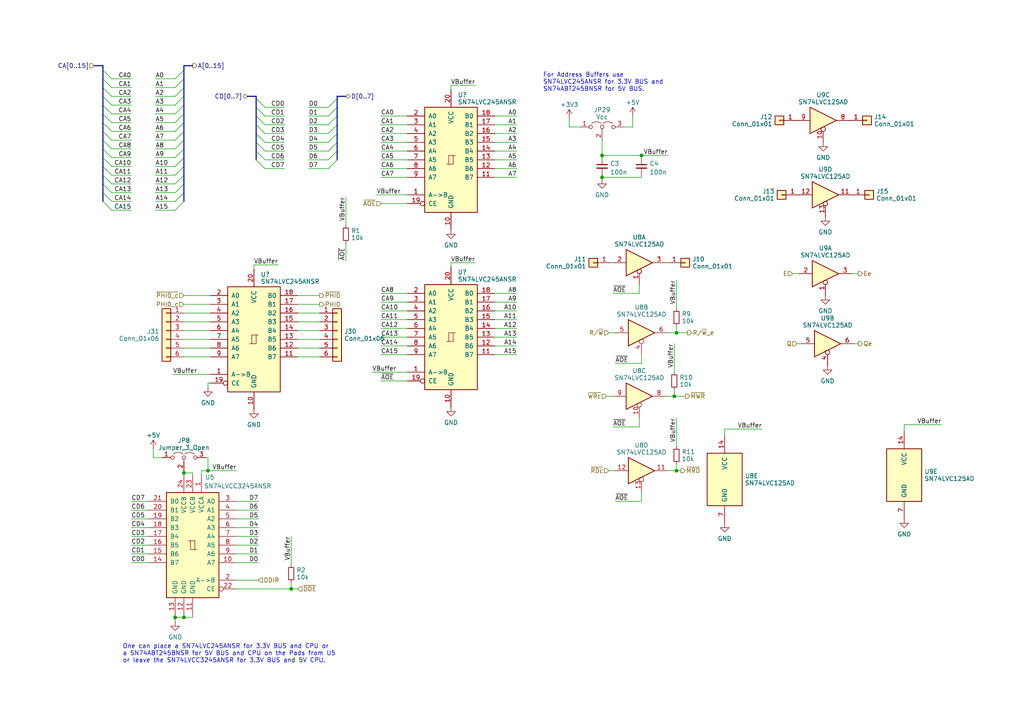
<source format=kicad_sch>
(kicad_sch (version 20230121) (generator eeschema)
  (paper "A4")
  (lib_symbols
    (symbol "74xx:74LS125" (pin_names (offset 1.016))
      (property "Reference" "U" (at 0 1.27 0))
      (property "Value" "74LS125" (at 0 -1.27 0))
      (symbol "74LS125_1_0"
        (polyline (pts (xy -3.81 3.81) (xy -3.81 -3.81) (xy 3.81 0) (xy -3.81 3.81)) (stroke (width 0.254)) (fill (type background)))
        (pin input inverted (at 0 -6.35 90) (length 4.445) (name "~") (number "1"))
        (pin input line (at -7.62 0 0) (length 3.81) (name "~") (number "2"))
        (pin tri_state line (at 7.62 0 180) (length 3.81) (name "~") (number "3"))
      )
      (symbol "74LS125_2_0"
        (polyline (pts (xy -3.81 3.81) (xy -3.81 -3.81) (xy 3.81 0) (xy -3.81 3.81)) (stroke (width 0.254)) (fill (type background)))
        (pin input inverted (at 0 -6.35 90) (length 4.445) (name "~") (number "4"))
        (pin input line (at -7.62 0 0) (length 3.81) (name "~") (number "5"))
        (pin tri_state line (at 7.62 0 180) (length 3.81) (name "~") (number "6"))
      )
      (symbol "74LS125_3_0"
        (polyline (pts (xy -3.81 3.81) (xy -3.81 -3.81) (xy 3.81 0) (xy -3.81 3.81)) (stroke (width 0.254)) (fill (type background)))
        (pin input inverted (at 0 -6.35 90) (length 4.445) (name "~") (number "10"))
        (pin tri_state line (at 7.62 0 180) (length 3.81) (name "~") (number "8"))
        (pin input line (at -7.62 0 0) (length 3.81) (name "~") (number "9"))
      )
      (symbol "74LS125_4_0"
        (polyline (pts (xy -3.81 3.81) (xy -3.81 -3.81) (xy 3.81 0) (xy -3.81 3.81)) (stroke (width 0.254)) (fill (type background)))
        (pin tri_state line (at 7.62 0 180) (length 3.81) (name "~") (number "11"))
        (pin input line (at -7.62 0 0) (length 3.81) (name "~") (number "12"))
        (pin input inverted (at 0 -6.35 90) (length 4.445) (name "~") (number "13"))
      )
      (symbol "74LS125_5_0"
        (pin power_in line (at 0 12.7 270) (length 5.08) (name "VCC") (number "14"))
        (pin power_in line (at 0 -12.7 90) (length 5.08) (name "GND") (number "7"))
      )
      (symbol "74LS125_5_1"
        (rectangle (start -5.08 7.62) (end 5.08 -7.62) (stroke (width 0.254)) (fill (type background)))
      )
    )
    (symbol "74xx:74LS245" (pin_names (offset 1.016))
      (property "Reference" "U" (at -7.62 16.51 0))
      (property "Value" "74LS245" (at -7.62 -16.51 0))
      (symbol "74LS245_1_0"
        (polyline (pts (xy -0.635 -1.27) (xy -0.635 1.27) (xy 0.635 1.27)))
        (polyline (pts (xy -1.27 -1.27) (xy 0.635 -1.27) (xy 0.635 1.27) (xy 1.27 1.27)))
        (pin input line (at -12.7 -10.16 0) (length 5.08) (name "A->B") (number "1"))
        (pin power_in line (at 0 -20.32 90) (length 5.08) (name "GND") (number "10"))
        (pin tri_state line (at 12.7 -5.08 180) (length 5.08) (name "B7") (number "11"))
        (pin tri_state line (at 12.7 -2.54 180) (length 5.08) (name "B6") (number "12"))
        (pin tri_state line (at 12.7 0 180) (length 5.08) (name "B5") (number "13"))
        (pin tri_state line (at 12.7 2.54 180) (length 5.08) (name "B4") (number "14"))
        (pin tri_state line (at 12.7 5.08 180) (length 5.08) (name "B3") (number "15"))
        (pin tri_state line (at 12.7 7.62 180) (length 5.08) (name "B2") (number "16"))
        (pin tri_state line (at 12.7 10.16 180) (length 5.08) (name "B1") (number "17"))
        (pin tri_state line (at 12.7 12.7 180) (length 5.08) (name "B0") (number "18"))
        (pin input inverted (at -12.7 -12.7 0) (length 5.08) (name "CE") (number "19"))
        (pin tri_state line (at -12.7 12.7 0) (length 5.08) (name "A0") (number "2"))
        (pin power_in line (at 0 20.32 270) (length 5.08) (name "VCC") (number "20"))
        (pin tri_state line (at -12.7 10.16 0) (length 5.08) (name "A1") (number "3"))
        (pin tri_state line (at -12.7 7.62 0) (length 5.08) (name "A2") (number "4"))
        (pin tri_state line (at -12.7 5.08 0) (length 5.08) (name "A3") (number "5"))
        (pin tri_state line (at -12.7 2.54 0) (length 5.08) (name "A4") (number "6"))
        (pin tri_state line (at -12.7 0 0) (length 5.08) (name "A5") (number "7"))
        (pin tri_state line (at -12.7 -2.54 0) (length 5.08) (name "A6") (number "8"))
        (pin tri_state line (at -12.7 -5.08 0) (length 5.08) (name "A7") (number "9"))
      )
      (symbol "74LS245_1_1"
        (rectangle (start -7.62 15.24) (end 7.62 -15.24) (stroke (width 0.254)) (fill (type background)))
      )
    )
    (symbol "Connector_Generic:Conn_01x01" (pin_names (offset 1.016) hide)
      (property "Reference" "J" (at 0 2.54 0))
      (property "Value" "Conn_01x01" (at 0 -2.54 0))
      (symbol "Conn_01x01_1_1"
        (rectangle (start -1.27 0.127) (end 0 -0.127) (stroke (width 0.1524)))
        (rectangle (start -1.27 1.27) (end 1.27 -1.27) (stroke (width 0.254)) (fill (type background)))
        (pin passive line (at -5.08 0 0) (length 3.81) (name "Pin_1") (number "1"))
      )
    )
    (symbol "Connector_Generic:Conn_01x06" (pin_names (offset 1.016) hide)
      (property "Reference" "J" (at 0 7.62 0))
      (property "Value" "Conn_01x06" (at 0 -10.16 0))
      (symbol "Conn_01x06_1_1"
        (rectangle (start -1.27 -7.493) (end 0 -7.747) (stroke (width 0.1524)))
        (rectangle (start -1.27 -4.953) (end 0 -5.207) (stroke (width 0.1524)))
        (rectangle (start -1.27 -2.413) (end 0 -2.667) (stroke (width 0.1524)))
        (rectangle (start -1.27 0.127) (end 0 -0.127) (stroke (width 0.1524)))
        (rectangle (start -1.27 2.667) (end 0 2.413) (stroke (width 0.1524)))
        (rectangle (start -1.27 5.207) (end 0 4.953) (stroke (width 0.1524)))
        (rectangle (start -1.27 6.35) (end 1.27 -8.89) (stroke (width 0.254)) (fill (type background)))
        (pin passive line (at -5.08 5.08 0) (length 3.81) (name "Pin_1") (number "1"))
        (pin passive line (at -5.08 2.54 0) (length 3.81) (name "Pin_2") (number "2"))
        (pin passive line (at -5.08 0 0) (length 3.81) (name "Pin_3") (number "3"))
        (pin passive line (at -5.08 -2.54 0) (length 3.81) (name "Pin_4") (number "4"))
        (pin passive line (at -5.08 -5.08 0) (length 3.81) (name "Pin_5") (number "5"))
        (pin passive line (at -5.08 -7.62 0) (length 3.81) (name "Pin_6") (number "6"))
      )
    )
    (symbol "Device:C_Small" (pin_numbers hide) (pin_names (offset 0.254) hide)
      (property "Reference" "C" (at 0.254 1.778 0))
      (property "Value" "C_Small" (at 0.254 -2.032 0))
      (symbol "C_Small_0_1"
        (polyline (pts (xy -1.524 -0.508) (xy 1.524 -0.508)) (stroke (width 0.3302)))
        (polyline (pts (xy -1.524 0.508) (xy 1.524 0.508)) (stroke (width 0.3048)))
      )
      (symbol "C_Small_1_1"
        (pin passive line (at 0 2.54 270) (length 2.032) (name "~") (number "1"))
        (pin passive line (at 0 -2.54 90) (length 2.032) (name "~") (number "2"))
      )
    )
    (symbol "Device:R_Small" (pin_numbers hide) (pin_names (offset 0.254) hide)
      (property "Reference" "R" (at 0.762 0.508 0))
      (property "Value" "R_Small" (at 0.762 -1.016 0))
      (symbol "R_Small_0_1"
        (rectangle (start -0.762 1.778) (end 0.762 -1.778) (stroke (width 0.2032)))
      )
      (symbol "R_Small_1_1"
        (pin passive line (at 0 2.54 270) (length 0.762) (name "~") (number "1"))
        (pin passive line (at 0 -2.54 90) (length 0.762) (name "~") (number "2"))
      )
    )
    (symbol "Jumper:Jumper_3_Open" (pin_names (offset 0) hide)
      (property "Reference" "JP" (at -2.54 -2.54 0))
      (property "Value" "Jumper_3_Open" (at 0 2.794 0))
      (symbol "Jumper_3_Open_0_0"
        (circle (center -3.302 0) (radius 0.508))
        (circle (center 0 0) (radius 0.508))
        (circle (center 3.302 0) (radius 0.508))
      )
      (symbol "Jumper_3_Open_0_1"
        (arc (start -0.254 1.016) (mid -1.651 1.4992) (end -3.048 1.016))
        (polyline (pts (xy 0 -0.508) (xy 0 -1.27)))
        (arc (start 3.048 1.016) (mid 1.651 1.4992) (end 0.254 1.016))
      )
      (symbol "Jumper_3_Open_1_1"
        (pin passive line (at -6.35 0 0) (length 2.54) (name "A") (number "1"))
        (pin passive line (at 0 -3.81 90) (length 2.54) (name "C") (number "2"))
        (pin passive line (at 6.35 0 180) (length 2.54) (name "B") (number "3"))
      )
    )
    (symbol "my_ics_new:74LVC4245" (pin_names (offset 1.016))
      (property "Reference" "U" (at -7.62 19.05 0))
      (property "Value" "74LVC4245" (at -10.16 16.51 0))
      (symbol "74LVC4245_1_0"
        (polyline (pts (xy -0.635 -1.27) (xy -0.635 1.27) (xy 0.635 1.27)))
        (polyline (pts (xy -1.27 -1.27) (xy 0.635 -1.27) (xy 0.635 1.27) (xy 1.27 1.27)))
        (pin power_in line (at -2.54 20.32 270) (length 5.08) (name "VCCA") (number "1"))
        (pin tri_state line (at -12.7 -5.08 0) (length 5.08) (name "A7") (number "10"))
        (pin power_in line (at 0 -20.32 90) (length 5.08) (name "GND") (number "11"))
        (pin power_in line (at 2.54 -20.32 90) (length 5.08) (name "GND") (number "12"))
        (pin power_in line (at 5.08 -20.32 90) (length 5.08) (name "GND") (number "13"))
        (pin tri_state line (at 12.7 -5.08 180) (length 5.08) (name "B7") (number "14"))
        (pin tri_state line (at 12.7 -2.54 180) (length 5.08) (name "B6") (number "15"))
        (pin tri_state line (at 12.7 0 180) (length 5.08) (name "B5") (number "16"))
        (pin tri_state line (at 12.7 2.54 180) (length 5.08) (name "B4") (number "17"))
        (pin tri_state line (at 12.7 5.08 180) (length 5.08) (name "B3") (number "18"))
        (pin tri_state line (at 12.7 7.62 180) (length 5.08) (name "B2") (number "19"))
        (pin input line (at -12.7 -10.16 0) (length 5.08) (name "A->B") (number "2"))
        (pin tri_state line (at 12.7 10.16 180) (length 5.08) (name "B1") (number "20"))
        (pin tri_state line (at 12.7 12.7 180) (length 5.08) (name "B0") (number "21"))
        (pin input inverted (at -12.7 -12.7 0) (length 5.08) (name "CE") (number "22"))
        (pin power_in line (at 0 20.32 270) (length 5.08) (name "VCCB") (number "23"))
        (pin power_in line (at 2.54 20.32 270) (length 5.08) (name "VCCB") (number "24"))
        (pin tri_state line (at -12.7 12.7 0) (length 5.08) (name "A0") (number "3"))
        (pin tri_state line (at -12.7 10.16 0) (length 5.08) (name "A1") (number "4"))
        (pin tri_state line (at -12.7 7.62 0) (length 5.08) (name "A2") (number "5"))
        (pin tri_state line (at -12.7 5.08 0) (length 5.08) (name "A3") (number "6"))
        (pin tri_state line (at -12.7 2.54 0) (length 5.08) (name "A4") (number "7"))
        (pin tri_state line (at -12.7 0 0) (length 5.08) (name "A5") (number "8"))
        (pin tri_state line (at -12.7 -2.54 0) (length 5.08) (name "A6") (number "9"))
      )
      (symbol "74LVC4245_1_1"
        (rectangle (start -7.62 15.24) (end 7.62 -15.24) (stroke (width 0.254)) (fill (type background)))
      )
    )
    (symbol "power:+3V3" (power) (pin_names (offset 0))
      (property "Value" "+3V3" (at 0 3.556 0))
      (symbol "+3V3_0_1"
        (polyline (pts (xy -0.762 1.27) (xy 0 2.54)))
        (polyline (pts (xy 0 0) (xy 0 2.54)))
        (polyline (pts (xy 0 2.54) (xy 0.762 1.27)))
      )
      (symbol "+3V3_1_1"
        (pin power_in line (at 0 0 90) (length 0) hide (name "+3V3") (number "1"))
      )
    )
    (symbol "power:+5V" (power) (pin_names (offset 0))
      (property "Value" "+5V" (at 0 3.556 0))
      (symbol "+5V_0_1"
        (polyline (pts (xy -0.762 1.27) (xy 0 2.54)))
        (polyline (pts (xy 0 0) (xy 0 2.54)))
        (polyline (pts (xy 0 2.54) (xy 0.762 1.27)))
      )
      (symbol "+5V_1_1"
        (pin power_in line (at 0 0 90) (length 0) hide (name "+5V") (number "1"))
      )
    )
    (symbol "power:GND" (power) (pin_names (offset 0))
      (property "Value" "GND" (at 0 -3.81 0))
      (symbol "GND_0_1"
        (polyline (pts (xy 0 0) (xy 0 -1.27) (xy 1.27 -1.27) (xy 0 -2.54) (xy -1.27 -1.27) (xy 0 -1.27)))
      )
      (symbol "GND_1_1"
        (pin power_in line (at 0 0 270) (length 0) hide (name "GND") (number "1"))
      )
    )
  )
  (junction (at 53.34 137.16))
  (junction (at 195.58 114.935))
  (junction (at 84.455 170.815))
  (junction (at 174.625 51.435))
  (junction (at 196.215 96.52))
  (junction (at 186.055 45.085))
  (junction (at 196.215 136.525))
  (junction (at 53.34 179.07))
  (junction (at 60.325 136.525))
  (junction (at 50.8 179.07))
  (junction (at 174.625 45.085))
  (bus_entry (at 53.34 22.86) (size -2.54 2.54))
  (bus_entry (at 53.34 53.34) (size -2.54 2.54))
  (bus_entry (at 53.34 25.4) (size -2.54 2.54))
  (bus_entry (at 53.34 43.18) (size -2.54 2.54))
  (bus_entry (at 29.845 53.34) (size 2.54 2.54))
  (bus_entry (at 29.845 22.86) (size 2.54 2.54))
  (bus_entry (at 29.845 45.72) (size 2.54 2.54))
  (bus_entry (at 29.845 27.94) (size 2.54 2.54))
  (bus_entry (at 74.295 41.275) (size 2.54 2.54))
  (bus_entry (at 29.845 30.48) (size 2.54 2.54))
  (bus_entry (at 29.845 58.42) (size 2.54 2.54))
  (bus_entry (at 74.295 36.195) (size 2.54 2.54))
  (bus_entry (at 74.295 38.735) (size 2.54 2.54))
  (bus_entry (at 29.845 55.88) (size 2.54 2.54))
  (bus_entry (at 74.295 43.815) (size 2.54 2.54))
  (bus_entry (at 53.34 40.64) (size -2.54 2.54))
  (bus_entry (at 53.34 55.88) (size -2.54 2.54))
  (bus_entry (at 97.79 28.575) (size -2.54 2.54))
  (bus_entry (at 74.295 28.575) (size 2.54 2.54))
  (bus_entry (at 29.845 50.8) (size 2.54 2.54))
  (bus_entry (at 53.34 30.48) (size -2.54 2.54))
  (bus_entry (at 29.845 48.26) (size 2.54 2.54))
  (bus_entry (at 53.34 38.1) (size -2.54 2.54))
  (bus_entry (at 53.34 45.72) (size -2.54 2.54))
  (bus_entry (at 53.34 33.02) (size -2.54 2.54))
  (bus_entry (at 53.34 58.42) (size -2.54 2.54))
  (bus_entry (at 53.34 35.56) (size -2.54 2.54))
  (bus_entry (at 53.34 20.32) (size -2.54 2.54))
  (bus_entry (at 74.295 46.355) (size 2.54 2.54))
  (bus_entry (at 74.295 31.115) (size 2.54 2.54))
  (bus_entry (at 74.295 33.655) (size 2.54 2.54))
  (bus_entry (at 97.79 31.115) (size -2.54 2.54))
  (bus_entry (at 53.34 50.8) (size -2.54 2.54))
  (bus_entry (at 29.845 38.1) (size 2.54 2.54))
  (bus_entry (at 29.845 43.18) (size 2.54 2.54))
  (bus_entry (at 29.845 25.4) (size 2.54 2.54))
  (bus_entry (at 53.34 27.94) (size -2.54 2.54))
  (bus_entry (at 97.79 36.195) (size -2.54 2.54))
  (bus_entry (at 53.34 48.26) (size -2.54 2.54))
  (bus_entry (at 97.79 43.815) (size -2.54 2.54))
  (bus_entry (at 29.845 35.56) (size 2.54 2.54))
  (bus_entry (at 97.79 46.355) (size -2.54 2.54))
  (bus_entry (at 29.845 20.32) (size 2.54 2.54))
  (bus_entry (at 97.79 41.275) (size -2.54 2.54))
  (bus_entry (at 29.845 40.64) (size 2.54 2.54))
  (bus_entry (at 97.79 33.655) (size -2.54 2.54))
  (bus_entry (at 29.845 33.02) (size 2.54 2.54))
  (bus_entry (at 97.79 38.735) (size -2.54 2.54))
  (wire (pts (xy 89.535 36.195) (xy 95.25 36.195)))
  (wire (pts (xy 143.51 95.25) (xy 149.86 95.25)))
  (wire (pts (xy 110.49 41.275) (xy 118.11 41.275)))
  (bus (pts (xy 29.845 50.8) (xy 29.845 48.26)))
  (bus (pts (xy 97.79 43.815) (xy 97.79 41.275)))
  (wire (pts (xy 74.93 147.955) (xy 68.58 147.955)))
  (bus (pts (xy 29.845 48.26) (xy 29.845 45.72)))
  (wire (pts (xy 110.49 90.17) (xy 118.11 90.17)))
  (wire (pts (xy 86.36 95.885) (xy 92.71 95.885)))
  (bus (pts (xy 97.79 41.275) (xy 97.79 38.735)))
  (wire (pts (xy 89.535 48.895) (xy 95.25 48.895)))
  (wire (pts (xy 89.535 31.115) (xy 95.25 31.115)))
  (wire (pts (xy 50.165 108.585) (xy 60.96 108.585)))
  (wire (pts (xy 60.325 136.525) (xy 58.42 136.525)))
  (bus (pts (xy 53.34 33.02) (xy 53.34 30.48)))
  (wire (pts (xy 45.085 30.48) (xy 50.8 30.48)))
  (bus (pts (xy 53.34 38.1) (xy 53.34 35.56)))
  (wire (pts (xy 89.535 38.735) (xy 95.25 38.735)))
  (wire (pts (xy 143.51 43.815) (xy 149.86 43.815)))
  (bus (pts (xy 29.845 38.1) (xy 29.845 35.56)))
  (wire (pts (xy 110.49 48.895) (xy 118.11 48.895)))
  (wire (pts (xy 195.58 113.03) (xy 195.58 114.935)))
  (wire (pts (xy 38.1 38.1) (xy 32.385 38.1)))
  (bus (pts (xy 53.34 30.48) (xy 53.34 27.94)))
  (wire (pts (xy 68.58 136.525) (xy 60.325 136.525)))
  (wire (pts (xy 89.535 33.655) (xy 95.25 33.655)))
  (wire (pts (xy 110.49 43.815) (xy 118.11 43.815)))
  (wire (pts (xy 100.33 57.15) (xy 100.33 65.405)))
  (wire (pts (xy 45.085 27.94) (xy 50.8 27.94)))
  (wire (pts (xy 185.42 85.09) (xy 185.42 82.55)))
  (wire (pts (xy 178.435 145.415) (xy 186.055 145.415)))
  (wire (pts (xy 110.49 110.49) (xy 118.11 110.49)))
  (wire (pts (xy 43.18 153.035) (xy 38.1 153.035)))
  (wire (pts (xy 82.55 41.275) (xy 76.835 41.275)))
  (wire (pts (xy 38.1 50.8) (xy 32.385 50.8)))
  (bus (pts (xy 53.34 45.72) (xy 53.34 43.18)))
  (wire (pts (xy 86.36 90.805) (xy 92.71 90.805)))
  (wire (pts (xy 43.18 147.955) (xy 38.1 147.955)))
  (wire (pts (xy 143.51 48.895) (xy 149.86 48.895)))
  (wire (pts (xy 53.34 179.07) (xy 55.88 179.07)))
  (bus (pts (xy 74.295 38.735) (xy 74.295 36.195)))
  (wire (pts (xy 82.55 48.895) (xy 76.835 48.895)))
  (wire (pts (xy 53.34 93.345) (xy 60.96 93.345)))
  (wire (pts (xy 186.055 45.085) (xy 193.675 45.085)))
  (wire (pts (xy 53.34 85.725) (xy 60.96 85.725)))
  (wire (pts (xy 38.1 30.48) (xy 32.385 30.48)))
  (wire (pts (xy 38.1 55.88) (xy 32.385 55.88)))
  (wire (pts (xy 82.55 38.735) (xy 76.835 38.735)))
  (wire (pts (xy 60.325 132.715) (xy 60.325 136.525)))
  (wire (pts (xy 174.625 52.07) (xy 174.625 51.435)))
  (wire (pts (xy 43.18 145.415) (xy 38.1 145.415)))
  (wire (pts (xy 45.085 53.34) (xy 50.8 53.34)))
  (bus (pts (xy 53.34 22.86) (xy 53.34 20.32)))
  (wire (pts (xy 86.36 170.815) (xy 84.455 170.815)))
  (bus (pts (xy 53.34 25.4) (xy 53.34 22.86)))
  (wire (pts (xy 73.66 76.835) (xy 80.645 76.835)))
  (wire (pts (xy 110.49 33.655) (xy 118.11 33.655)))
  (bus (pts (xy 53.34 27.94) (xy 53.34 25.4)))
  (wire (pts (xy 168.275 36.83) (xy 165.1 36.83)))
  (wire (pts (xy 86.36 98.425) (xy 92.71 98.425)))
  (wire (pts (xy 45.085 60.96) (xy 50.8 60.96)))
  (wire (pts (xy 74.93 155.575) (xy 68.58 155.575)))
  (bus (pts (xy 29.845 35.56) (xy 29.845 33.02)))
  (wire (pts (xy 38.1 35.56) (xy 32.385 35.56)))
  (wire (pts (xy 45.085 25.4) (xy 50.8 25.4)))
  (bus (pts (xy 29.845 19.05) (xy 27.305 19.05)))
  (bus (pts (xy 53.34 20.32) (xy 53.34 19.05)))
  (wire (pts (xy 89.535 46.355) (xy 95.25 46.355)))
  (bus (pts (xy 74.295 27.94) (xy 71.755 27.94)))
  (wire (pts (xy 109.22 56.515) (xy 118.11 56.515)))
  (bus (pts (xy 97.79 27.94) (xy 100.33 27.94)))
  (wire (pts (xy 110.49 51.435) (xy 118.11 51.435)))
  (bus (pts (xy 97.79 36.195) (xy 97.79 33.655)))
  (bus (pts (xy 29.845 30.48) (xy 29.845 27.94)))
  (wire (pts (xy 177.8 123.825) (xy 185.42 123.825)))
  (wire (pts (xy 110.49 100.33) (xy 118.11 100.33)))
  (wire (pts (xy 45.085 22.86) (xy 50.8 22.86)))
  (bus (pts (xy 29.845 40.64) (xy 29.845 38.1)))
  (wire (pts (xy 143.51 87.63) (xy 149.86 87.63)))
  (wire (pts (xy 110.49 36.195) (xy 118.11 36.195)))
  (wire (pts (xy 193.675 136.525) (xy 196.215 136.525)))
  (wire (pts (xy 247.015 79.375) (xy 248.92 79.375)))
  (wire (pts (xy 53.34 100.965) (xy 60.96 100.965)))
  (wire (pts (xy 38.1 60.96) (xy 32.385 60.96)))
  (wire (pts (xy 110.49 92.71) (xy 118.11 92.71)))
  (wire (pts (xy 45.085 35.56) (xy 50.8 35.56)))
  (wire (pts (xy 100.33 70.485) (xy 100.33 75.565)))
  (wire (pts (xy 38.1 33.02) (xy 32.385 33.02)))
  (wire (pts (xy 74.93 163.195) (xy 68.58 163.195)))
  (wire (pts (xy 196.215 94.615) (xy 196.215 96.52)))
  (wire (pts (xy 43.18 158.115) (xy 38.1 158.115)))
  (bus (pts (xy 53.34 50.8) (xy 53.34 48.26)))
  (wire (pts (xy 58.42 136.525) (xy 58.42 137.795)))
  (wire (pts (xy 143.51 38.735) (xy 149.86 38.735)))
  (wire (pts (xy 38.1 48.26) (xy 32.385 48.26)))
  (wire (pts (xy 45.085 58.42) (xy 50.8 58.42)))
  (wire (pts (xy 143.51 51.435) (xy 149.86 51.435)))
  (bus (pts (xy 29.845 43.18) (xy 29.845 40.64)))
  (bus (pts (xy 29.845 53.34) (xy 29.845 50.8)))
  (bus (pts (xy 29.845 58.42) (xy 29.845 55.88)))
  (wire (pts (xy 174.625 40.64) (xy 174.625 45.085)))
  (wire (pts (xy 174.625 51.435) (xy 174.625 50.8)))
  (wire (pts (xy 143.51 46.355) (xy 149.86 46.355)))
  (wire (pts (xy 45.085 50.8) (xy 50.8 50.8)))
  (wire (pts (xy 59.69 132.715) (xy 60.325 132.715)))
  (wire (pts (xy 229.87 79.375) (xy 231.775 79.375)))
  (wire (pts (xy 38.1 22.86) (xy 32.385 22.86)))
  (wire (pts (xy 110.49 46.355) (xy 118.11 46.355)))
  (wire (pts (xy 196.215 134.62) (xy 196.215 136.525)))
  (bus (pts (xy 97.79 33.655) (xy 97.79 31.115)))
  (bus (pts (xy 29.845 25.4) (xy 29.845 22.86)))
  (wire (pts (xy 86.36 93.345) (xy 92.71 93.345)))
  (wire (pts (xy 143.51 90.17) (xy 149.86 90.17)))
  (wire (pts (xy 177.165 76.2) (xy 177.8 76.2)))
  (bus (pts (xy 97.79 28.575) (xy 97.79 27.94)))
  (wire (pts (xy 53.34 98.425) (xy 60.96 98.425)))
  (wire (pts (xy 43.18 163.195) (xy 38.1 163.195)))
  (bus (pts (xy 97.79 38.735) (xy 97.79 36.195)))
  (wire (pts (xy 174.625 45.085) (xy 174.625 45.72)))
  (wire (pts (xy 84.455 168.91) (xy 84.455 170.815)))
  (bus (pts (xy 29.845 22.86) (xy 29.845 20.32)))
  (wire (pts (xy 53.34 88.265) (xy 60.96 88.265)))
  (wire (pts (xy 186.055 45.085) (xy 186.055 45.72)))
  (bus (pts (xy 29.845 33.02) (xy 29.845 30.48)))
  (wire (pts (xy 143.51 41.275) (xy 149.86 41.275)))
  (bus (pts (xy 29.845 55.88) (xy 29.845 53.34)))
  (bus (pts (xy 29.845 20.32) (xy 29.845 19.05)))
  (bus (pts (xy 53.34 35.56) (xy 53.34 33.02)))
  (wire (pts (xy 50.8 180.34) (xy 50.8 179.07)))
  (wire (pts (xy 210.185 126.365) (xy 210.185 124.46)))
  (bus (pts (xy 74.295 33.655) (xy 74.295 31.115)))
  (wire (pts (xy 130.81 76.2) (xy 137.795 76.2)))
  (wire (pts (xy 174.625 45.085) (xy 186.055 45.085)))
  (wire (pts (xy 178.435 105.41) (xy 186.055 105.41)))
  (wire (pts (xy 86.36 85.725) (xy 92.71 85.725)))
  (wire (pts (xy 231.14 99.695) (xy 232.41 99.695)))
  (wire (pts (xy 186.055 51.435) (xy 186.055 50.8)))
  (wire (pts (xy 82.55 46.355) (xy 76.835 46.355)))
  (wire (pts (xy 38.1 25.4) (xy 32.385 25.4)))
  (wire (pts (xy 248.92 99.695) (xy 247.65 99.695)))
  (wire (pts (xy 82.55 43.815) (xy 76.835 43.815)))
  (wire (pts (xy 196.215 81.28) (xy 196.215 89.535)))
  (wire (pts (xy 82.55 36.195) (xy 76.835 36.195)))
  (wire (pts (xy 262.255 125.095) (xy 262.255 123.19)))
  (wire (pts (xy 38.1 45.72) (xy 32.385 45.72)))
  (bus (pts (xy 53.34 19.05) (xy 55.88 19.05)))
  (wire (pts (xy 68.58 170.815) (xy 84.455 170.815)))
  (bus (pts (xy 74.295 31.115) (xy 74.295 28.575)))
  (wire (pts (xy 45.085 40.64) (xy 50.8 40.64)))
  (wire (pts (xy 143.51 102.87) (xy 149.86 102.87)))
  (wire (pts (xy 45.085 48.26) (xy 50.8 48.26)))
  (wire (pts (xy 107.95 107.95) (xy 118.11 107.95)))
  (wire (pts (xy 60.325 111.125) (xy 60.96 111.125)))
  (wire (pts (xy 38.1 58.42) (xy 32.385 58.42)))
  (bus (pts (xy 53.34 58.42) (xy 53.34 55.88)))
  (bus (pts (xy 74.295 28.575) (xy 74.295 27.94)))
  (wire (pts (xy 45.085 55.88) (xy 50.8 55.88)))
  (wire (pts (xy 82.55 33.655) (xy 76.835 33.655)))
  (bus (pts (xy 74.295 41.275) (xy 74.295 38.735)))
  (wire (pts (xy 183.515 36.83) (xy 180.975 36.83)))
  (wire (pts (xy 84.455 155.575) (xy 84.455 163.83)))
  (wire (pts (xy 60.325 112.395) (xy 60.325 111.125)))
  (bus (pts (xy 97.79 46.355) (xy 97.79 43.815)))
  (wire (pts (xy 53.34 137.16) (xy 53.34 137.795)))
  (wire (pts (xy 176.53 136.525) (xy 178.435 136.525)))
  (wire (pts (xy 53.34 179.07) (xy 53.34 178.435)))
  (wire (pts (xy 53.34 137.16) (xy 55.88 137.16)))
  (wire (pts (xy 185.42 123.825) (xy 185.42 121.285)))
  (wire (pts (xy 89.535 43.815) (xy 95.25 43.815)))
  (bus (pts (xy 53.34 43.18) (xy 53.34 40.64)))
  (wire (pts (xy 89.535 41.275) (xy 95.25 41.275)))
  (bus (pts (xy 53.34 55.88) (xy 53.34 53.34)))
  (wire (pts (xy 74.93 168.275) (xy 68.58 168.275)))
  (bus (pts (xy 29.845 45.72) (xy 29.845 43.18)))
  (wire (pts (xy 38.1 53.34) (xy 32.385 53.34)))
  (wire (pts (xy 38.1 43.18) (xy 32.385 43.18)))
  (wire (pts (xy 53.34 90.805) (xy 60.96 90.805)))
  (bus (pts (xy 74.295 36.195) (xy 74.295 33.655)))
  (wire (pts (xy 110.49 87.63) (xy 118.11 87.63)))
  (bus (pts (xy 29.845 27.94) (xy 29.845 25.4)))
  (wire (pts (xy 186.055 105.41) (xy 186.055 102.87)))
  (wire (pts (xy 44.45 130.175) (xy 44.45 132.715)))
  (wire (pts (xy 50.8 179.07) (xy 53.34 179.07)))
  (wire (pts (xy 74.93 150.495) (xy 68.58 150.495)))
  (wire (pts (xy 143.51 100.33) (xy 149.86 100.33)))
  (wire (pts (xy 196.215 96.52) (xy 199.39 96.52)))
  (wire (pts (xy 143.51 92.71) (xy 149.86 92.71)))
  (wire (pts (xy 45.085 38.1) (xy 50.8 38.1)))
  (wire (pts (xy 50.8 179.07) (xy 50.8 178.435)))
  (wire (pts (xy 74.93 160.655) (xy 68.58 160.655)))
  (wire (pts (xy 73.66 76.835) (xy 73.66 78.105)))
  (wire (pts (xy 130.81 24.765) (xy 130.81 26.035)))
  (wire (pts (xy 130.81 76.2) (xy 130.81 77.47)))
  (wire (pts (xy 195.58 99.695) (xy 195.58 107.95)))
  (wire (pts (xy 143.51 36.195) (xy 149.86 36.195)))
  (wire (pts (xy 196.215 121.285) (xy 196.215 129.54)))
  (bus (pts (xy 53.34 53.34) (xy 53.34 50.8)))
  (wire (pts (xy 193.04 114.935) (xy 195.58 114.935)))
  (wire (pts (xy 174.625 51.435) (xy 186.055 51.435)))
  (wire (pts (xy 193.675 96.52) (xy 196.215 96.52)))
  (wire (pts (xy 110.49 85.09) (xy 118.11 85.09)))
  (bus (pts (xy 53.34 40.64) (xy 53.34 38.1)))
  (wire (pts (xy 177.8 85.09) (xy 185.42 85.09)))
  (wire (pts (xy 110.49 102.87) (xy 118.11 102.87)))
  (wire (pts (xy 110.49 97.79) (xy 118.11 97.79)))
  (wire (pts (xy 110.49 59.055) (xy 118.11 59.055)))
  (wire (pts (xy 186.055 145.415) (xy 186.055 142.875)))
  (bus (pts (xy 74.295 46.355) (xy 74.295 43.815)))
  (wire (pts (xy 176.53 96.52) (xy 178.435 96.52)))
  (wire (pts (xy 86.36 100.965) (xy 92.71 100.965)))
  (wire (pts (xy 43.18 160.655) (xy 38.1 160.655)))
  (wire (pts (xy 74.93 158.115) (xy 68.58 158.115)))
  (wire (pts (xy 210.185 124.46) (xy 220.98 124.46)))
  (wire (pts (xy 53.34 136.525) (xy 53.34 137.16)))
  (wire (pts (xy 130.81 24.765) (xy 137.795 24.765)))
  (wire (pts (xy 43.18 150.495) (xy 38.1 150.495)))
  (wire (pts (xy 86.36 103.505) (xy 92.71 103.505)))
  (wire (pts (xy 193.04 76.2) (xy 193.675 76.2)))
  (wire (pts (xy 143.51 33.655) (xy 149.86 33.655)))
  (wire (pts (xy 86.36 88.265) (xy 92.71 88.265)))
  (wire (pts (xy 53.34 95.885) (xy 60.96 95.885)))
  (wire (pts (xy 262.255 123.19) (xy 273.05 123.19)))
  (wire (pts (xy 110.49 95.25) (xy 118.11 95.25)))
  (wire (pts (xy 143.51 97.79) (xy 149.86 97.79)))
  (wire (pts (xy 38.1 27.94) (xy 32.385 27.94)))
  (wire (pts (xy 45.085 45.72) (xy 50.8 45.72)))
  (wire (pts (xy 183.515 33.655) (xy 183.515 36.83)))
  (bus (pts (xy 74.295 43.815) (xy 74.295 41.275)))
  (wire (pts (xy 43.18 155.575) (xy 38.1 155.575)))
  (wire (pts (xy 195.58 114.935) (xy 198.755 114.935)))
  (wire (pts (xy 45.085 43.18) (xy 50.8 43.18)))
  (wire (pts (xy 143.51 85.09) (xy 149.86 85.09)))
  (wire (pts (xy 55.88 179.07) (xy 55.88 178.435)))
  (wire (pts (xy 55.88 137.16) (xy 55.88 137.795)))
  (wire (pts (xy 53.34 103.505) (xy 60.96 103.505)))
  (wire (pts (xy 82.55 31.115) (xy 76.835 31.115)))
  (wire (pts (xy 196.215 136.525) (xy 197.485 136.525)))
  (wire (pts (xy 74.93 145.415) (xy 68.58 145.415)))
  (wire (pts (xy 165.1 34.29) (xy 165.1 36.83)))
  (bus (pts (xy 97.79 31.115) (xy 97.79 28.575)))
  (wire (pts (xy 74.93 153.035) (xy 68.58 153.035)))
  (wire (pts (xy 38.1 40.64) (xy 32.385 40.64)))
  (bus (pts (xy 53.34 48.26) (xy 53.34 45.72)))
  (wire (pts (xy 44.45 132.715) (xy 46.99 132.715)))
  (wire (pts (xy 45.085 33.02) (xy 50.8 33.02)))
  (wire (pts (xy 175.895 114.935) (xy 177.8 114.935)))
  (wire (pts (xy 110.49 38.735) (xy 118.11 38.735)))
  (text "One can place a SN74LVC245ANSR for 3.3V BUS and CPU or\na SN74ABT245BNSR for 5V BUS and CPU on the Pads from U5\nor leave the SN74LVCC3245ANSR for 3.3V BUS and 5V CPU.\n" (at 35.56 192.405 0) (effects (font (size 1.27 1.27)) (justify left bottom)))
  (text "For Address Buffers use \nSN74LVC245ANSR for 3.3V BUS and\nSN74ABT245BNSR for 5V BUS." (at 157.48 26.67 0) (effects (font (size 1.27 1.27)) (justify left bottom)))
  (label "CA9" (at 110.49 87.63 0))
  (label "CA8" (at 38.1 43.18 180))
  (label "A5" (at 45.085 35.56 0))
  (label "D7" (at 74.93 145.415 180))
  (label "CD2" (at 82.55 36.195 180))
  (label "VBuffer" (at 137.795 76.2 180))
  (label "D2" (at 89.535 36.195 0))
  (label "A14" (at 45.085 58.42 0))
  (label "A11" (at 45.085 50.8 0))
  (label "CD3" (at 82.55 38.735 180))
  (label "CD2" (at 38.1 158.115 0))
  (label "CD6" (at 82.55 46.355 180))
  (label "D5" (at 74.93 150.495 180))
  (label "A14" (at 149.86 100.33 180))
  (label "A2" (at 45.085 27.94 0))
  (label "A7" (at 45.085 40.64 0))
  (label "A15" (at 45.085 60.96 0))
  (label "CA5" (at 110.49 46.355 0))
  (label "D3" (at 89.535 38.735 0))
  (label "CA3" (at 110.49 41.275 0))
  (label "A13" (at 149.86 97.79 180))
  (label "D5" (at 89.535 43.815 0))
  (label "VBuffer" (at 109.22 56.515 0))
  (label "D6" (at 74.93 147.955 180))
  (label "D4" (at 74.93 153.035 180))
  (label "A1" (at 45.085 25.4 0))
  (label "CD6" (at 38.1 147.955 0))
  (label "A8" (at 45.085 43.18 0))
  (label "A8" (at 149.86 85.09 180))
  (label "~{AOE}" (at 178.435 145.415 0))
  (label "CA2" (at 38.1 27.94 180))
  (label "~{AOE}" (at 177.8 85.09 0))
  (label "CD0" (at 82.55 31.115 180))
  (label "~{AOE}" (at 178.435 105.41 0))
  (label "VBuffer" (at 80.645 76.835 180))
  (label "CA1" (at 38.1 25.4 180))
  (label "A9" (at 149.86 87.63 180))
  (label "A5" (at 149.86 46.355 180))
  (label "D1" (at 74.93 160.655 180))
  (label "CA8" (at 110.49 85.09 0))
  (label "~{AOE}" (at 177.8 123.825 0))
  (label "D1" (at 89.535 33.655 0))
  (label "CA1" (at 110.49 36.195 0))
  (label "CD5" (at 38.1 150.495 0))
  (label "D3" (at 74.93 155.575 180))
  (label "CD7" (at 82.55 48.895 180))
  (label "A4" (at 45.085 33.02 0))
  (label "D0" (at 89.535 31.115 0))
  (label "D6" (at 89.535 46.355 0))
  (label "CA6" (at 110.49 48.895 0))
  (label "CA7" (at 110.49 51.435 0))
  (label "A7" (at 149.86 51.435 180))
  (label "CA14" (at 38.1 58.42 180))
  (label "CD4" (at 82.55 41.275 180))
  (label "A6" (at 149.86 48.895 180))
  (label "A6" (at 45.085 38.1 0))
  (label "CA10" (at 110.49 90.17 0))
  (label "CA5" (at 38.1 35.56 180))
  (label "CA9" (at 38.1 45.72 180))
  (label "A9" (at 45.085 45.72 0))
  (label "CD1" (at 82.55 33.655 180))
  (label "CA10" (at 38.1 48.26 180))
  (label "A1" (at 149.86 36.195 180))
  (label "VBuffer" (at 273.05 123.19 180))
  (label "A12" (at 45.085 53.34 0))
  (label "~{AOE}" (at 110.49 110.49 0))
  (label "A10" (at 149.86 90.17 180))
  (label "CD0" (at 38.1 163.195 0))
  (label "CA4" (at 38.1 33.02 180))
  (label "CA12" (at 38.1 53.34 180))
  (label "D7" (at 89.535 48.895 0))
  (label "A12" (at 149.86 95.25 180))
  (label "CD3" (at 38.1 155.575 0))
  (label "VBuffer" (at 107.95 107.95 0))
  (label "A4" (at 149.86 43.815 180))
  (label "CA12" (at 110.49 95.25 0))
  (label "CA11" (at 110.49 92.71 0))
  (label "VBuffer" (at 193.675 45.085 180))
  (label "CA2" (at 110.49 38.735 0))
  (label "A3" (at 45.085 30.48 0))
  (label "A2" (at 149.86 38.735 180))
  (label "VBuffer" (at 220.98 124.46 180))
  (label "CA3" (at 38.1 30.48 180))
  (label "A10" (at 45.085 48.26 0))
  (label "CA6" (at 38.1 38.1 180))
  (label "VBuffer" (at 196.215 81.28 270))
  (label "VBuffer" (at 195.58 99.695 270))
  (label "VBuffer" (at 68.58 136.525 180))
  (label "A15" (at 149.86 102.87 180))
  (label "CA0" (at 38.1 22.86 180))
  (label "VBuffer" (at 50.165 108.585 0))
  (label "D4" (at 89.535 41.275 0))
  (label "CA14" (at 110.49 100.33 0))
  (label "CD7" (at 38.1 145.415 0))
  (label "VBuffer" (at 100.33 57.15 270))
  (label "A3" (at 149.86 41.275 180))
  (label "A13" (at 45.085 55.88 0))
  (label "CD1" (at 38.1 160.655 0))
  (label "A0" (at 45.085 22.86 0))
  (label "CA15" (at 110.49 102.87 0))
  (label "A11" (at 149.86 92.71 180))
  (label "A0" (at 149.86 33.655 180))
  (label "VBuffer" (at 196.215 121.285 270))
  (label "VBuffer" (at 84.455 155.575 270))
  (label "CA4" (at 110.49 43.815 0))
  (label "CD4" (at 38.1 153.035 0))
  (label "VBuffer" (at 137.795 24.765 180))
  (label "CD5" (at 82.55 43.815 180))
  (label "CA13" (at 38.1 55.88 180))
  (label "D0" (at 74.93 163.195 180))
  (label "CA11" (at 38.1 50.8 180))
  (label "CA7" (at 38.1 40.64 180))
  (label "CA0" (at 110.49 33.655 0))
  (label "~{AOE}" (at 100.33 75.565 90))
  (label "CA15" (at 38.1 60.96 180))
  (label "D2" (at 74.93 158.115 180))
  (label "CA13" (at 110.49 97.79 0))
  (hierarchical_label "R{slash}~{W}_e" (shape output) (at 199.39 96.52 0))
  (hierarchical_label "CD[0..7]" (shape bidirectional) (at 71.755 27.94 180))
  (hierarchical_label "DDIR" (shape input) (at 74.93 168.275 0))
  (hierarchical_label "~{MWR}" (shape output) (at 198.755 114.935 0))
  (hierarchical_label "D[0..7]" (shape bidirectional) (at 100.33 27.94 0))
  (hierarchical_label "A[0..15]" (shape output) (at 55.88 19.05 0))
  (hierarchical_label "PHI0" (shape output) (at 92.71 88.265 0))
  (hierarchical_label "~{MRD}" (shape output) (at 197.485 136.525 0))
  (hierarchical_label "~{AOE}" (shape input) (at 110.49 59.055 180))
  (hierarchical_label "R{slash}~{W}" (shape input) (at 176.53 96.52 180))
  (hierarchical_label "Q" (shape input) (at 231.14 99.695 180))
  (hierarchical_label "E" (shape input) (at 229.87 79.375 180))
  (hierarchical_label "Qe" (shape output) (at 248.92 99.695 0))
  (hierarchical_label "CA[0..15]" (shape input) (at 27.305 19.05 180))
  (hierarchical_label "Ee" (shape output) (at 248.92 79.375 0))
  (hierarchical_label "~{WRc}" (shape input) (at 175.895 114.935 180))
  (hierarchical_label "~{RDc}" (shape input) (at 176.53 136.525 180))
  (hierarchical_label "~{DOE}" (shape input) (at 86.36 170.815 0))
  (hierarchical_label "PHI0_c" (shape input) (at 53.34 88.265 180))
  (hierarchical_label "~{PHI0_c}" (shape input) (at 53.34 85.725 180))
  (hierarchical_label "~{PHI0}" (shape output) (at 92.71 85.725 0))
  (symbol (lib_id "Connector_Generic:Conn_01x01") (at 198.755 76.2 0) (unit 1)
    (property "Reference" "J10" (at 200.787 75.176 0) (effects (justify left)))
    (property "Value" "Conn_01x01" (at 200.787 77.224 0) (effects (justify left)))
    (property "Footprint" "Connector_PinHeader_1.27mm:PinHeader_1x01_P1.27mm_Vertical" (effects hide))
  )
  (symbol (lib_id "74xx:74LS245") (at 73.66 98.425 0) (unit 1)
    (property "Reference" "U?" (at 75.6159 79.605 0) (effects (justify left)))
    (property "Value" "SN74LVC245ANSR" (at 75.6159 81.653 0) (effects (justify left)))
    (property "Footprint" "Package_SO:SO-20_5.3x12.6mm_P1.27mm" (effects hide))
    (property "Datasheet" "http://www.ti.com/lit/gpn/sn74LS245" (effects hide))
    (instances (project "6803_board" (path "" (reference "U?") (unit 1)) (path "" (reference "U21") (unit 1))))
  )
  (symbol (lib_id "74xx:74LS125") (at 239.395 56.515 0) (unit 4)
    (property "Reference" "U9" (at 239.395 49.125 0))
    (property "Value" "SN74LVC125AD" (at 239.395 51.173 0))
    (property "Footprint" "Package_SO:SOIC-14_3.9x8.7mm_P1.27mm" (effects hide))
    (property "Datasheet" "http://www.ti.com/lit/gpn/sn74LS125" (effects hide))
  )
  (symbol (lib_id "Connector_Generic:Conn_01x06") (at 97.79 95.885 0) (unit 1)
    (property "Reference" "J30" (at 99.822 96.131 0) (effects (justify left)))
    (property "Value" "Conn_01x06" (at 99.822 98.179 0) (effects (justify left)))
    (property "Footprint" "Connector_PinHeader_1.27mm:PinHeader_1x06_P1.27mm_Vertical" (effects hide))
  )
  (symbol (lib_id "power:GND") (at 50.8 180.34 0) (mirror y) (unit 1)
    (property "Reference" "#PWR?" (effects hide))
    (property "Value" "GND" (at 50.8 184.7834 0))
    (instances (project "6803_board" (path "" (reference "#PWR?") (unit 1)) (path "" (reference "#PWR038") (unit 1))))
  )
  (symbol (lib_id "74xx:74LS125") (at 262.255 137.795 0) (unit 5)
    (property "Reference" "U9" (at 268.097 136.771 0) (effects (justify left)))
    (property "Value" "SN74LVC125AD" (at 268.097 138.819 0) (effects (justify left)))
    (property "Footprint" "Package_SO:SOIC-14_3.9x8.7mm_P1.27mm" (effects hide))
    (property "Datasheet" "http://www.ti.com/lit/gpn/sn74LS125" (effects hide))
  )
  (symbol (lib_id "Device:R_Small") (at 100.33 67.945 0) (unit 1)
    (property "Reference" "R1" (at 101.8286 66.921 0) (effects (justify left)))
    (property "Value" "10k" (at 101.8286 68.969 0) (effects (justify left)))
    (property "Footprint" "Resistor_SMD:R_1206_3216Metric_Pad1.30x1.75mm_HandSolder" (effects hide))
  )
  (symbol (lib_id "Device:R_Small") (at 196.215 92.075 0) (unit 1)
    (property "Reference" "R9" (at 197.7136 91.051 0) (effects (justify left)))
    (property "Value" "10k" (at 197.7136 93.099 0) (effects (justify left)))
    (property "Footprint" "Resistor_SMD:R_1206_3216Metric_Pad1.30x1.75mm_HandSolder" (effects hide))
  )
  (symbol (lib_id "Device:R_Small") (at 84.455 166.37 0) (unit 1)
    (property "Reference" "R2" (at 85.9536 165.346 0) (effects (justify left)))
    (property "Value" "10k" (at 85.9536 167.394 0) (effects (justify left)))
    (property "Footprint" "Resistor_SMD:R_1206_3216Metric_Pad1.30x1.75mm_HandSolder" (effects hide))
  )
  (symbol (lib_id "Device:R_Small") (at 196.215 132.08 0) (unit 1)
    (property "Reference" "R11" (at 197.7136 131.056 0) (effects (justify left)))
    (property "Value" "10k" (at 197.7136 133.104 0) (effects (justify left)))
    (property "Footprint" "Resistor_SMD:R_1206_3216Metric_Pad1.30x1.75mm_HandSolder" (effects hide))
  )
  (symbol (lib_id "my_ics_new:74LVC4245") (at 55.88 158.115 0) (mirror y) (unit 1)
    (property "Reference" "U5" (at 62.23 138.43 0) (effects (justify left)))
    (property "Value" "SN74LVCC3245ANSR" (at 78.74 140.97 0) (effects (justify left)))
    (property "Footprint" "Package_SO:SO-24_5.3x15mm_P1.27mm" (effects hide))
    (property "Datasheet" "https://www.ti.com/lit/ds/symlink/sn74lvc4245a.pdf" (effects hide))
  )
  (symbol (lib_id "power:GND") (at 210.185 151.765 0) (mirror y) (unit 1)
    (property "Reference" "#PWR?" (effects hide))
    (property "Value" "GND" (at 210.185 156.2084 0))
    (instances (project "6803_board" (path "" (reference "#PWR?") (unit 1)) (path "" (reference "#PWR014") (unit 1))))
  )
  (symbol (lib_id "power:GND") (at 239.395 62.865 0) (mirror y) (unit 1)
    (property "Reference" "#PWR?" (effects hide))
    (property "Value" "GND" (at 239.395 67.3084 0))
    (instances (project "6803_board" (path "" (reference "#PWR?") (unit 1)) (path "" (reference "#PWR09") (unit 1))))
  )
  (symbol (lib_id "power:GND") (at 73.66 118.745 0) (unit 1)
    (property "Reference" "#PWR?" (effects hide))
    (property "Value" "GND" (at 73.66 123.1884 0))
    (instances (project "6803_board" (path "" (reference "#PWR?") (unit 1)) (path "" (reference "#PWR050") (unit 1))))
  )
  (symbol (lib_id "Jumper:Jumper_3_Open") (at 53.34 132.715 0) (unit 1)
    (property "Reference" "JP8" (at 53.34 127.7628 0))
    (property "Value" "Jumper_3_Open" (at 53.34 129.8108 0))
    (property "Footprint" "Jumper:SolderJumper-3_P1.3mm_Open_Pad1.0x1.5mm_NumberLabels" (effects hide))
  )
  (symbol (lib_id "74xx:74LS125") (at 186.055 136.525 0) (unit 4)
    (property "Reference" "U8" (at 186.055 129.135 0))
    (property "Value" "SN74LVC125AD" (at 186.055 131.183 0))
    (property "Footprint" "Package_SO:SOIC-14_3.9x8.7mm_P1.27mm" (effects hide))
    (property "Datasheet" "http://www.ti.com/lit/gpn/sn74LS125" (effects hide))
  )
  (symbol (lib_id "74xx:74LS125") (at 210.185 139.065 0) (unit 5)
    (property "Reference" "U8" (at 216.027 138.041 0) (effects (justify left)))
    (property "Value" "SN74LVC125AD" (at 216.027 140.089 0) (effects (justify left)))
    (property "Footprint" "Package_SO:SOIC-14_3.9x8.7mm_P1.27mm" (effects hide))
    (property "Datasheet" "http://www.ti.com/lit/gpn/sn74LS125" (effects hide))
  )
  (symbol (lib_id "Connector_Generic:Conn_01x01") (at 251.46 34.925 0) (unit 1)
    (property "Reference" "J14" (at 253.492 33.901 0) (effects (justify left)))
    (property "Value" "Conn_01x01" (at 253.492 35.949 0) (effects (justify left)))
    (property "Footprint" "Connector_PinHeader_1.27mm:PinHeader_1x01_P1.27mm_Vertical" (effects hide))
  )
  (symbol (lib_id "power:GND") (at 262.255 150.495 0) (mirror y) (unit 1)
    (property "Reference" "#PWR?" (effects hide))
    (property "Value" "GND" (at 262.255 154.9384 0))
    (instances (project "6803_board" (path "" (reference "#PWR?") (unit 1)) (path "" (reference "#PWR013") (unit 1))))
  )
  (symbol (lib_id "Connector_Generic:Conn_01x01") (at 172.085 76.2 0) (mirror y) (unit 1)
    (property "Reference" "J11" (at 170.053 75.176 0) (effects (justify left)))
    (property "Value" "Conn_01x01" (at 170.053 77.224 0) (effects (justify left)))
    (property "Footprint" "Connector_PinHeader_1.27mm:PinHeader_1x01_P1.27mm_Vertical" (effects hide))
  )
  (symbol (lib_id "Jumper:Jumper_3_Open") (at 174.625 36.83 0) (unit 1)
    (property "Reference" "JP29" (at 174.625 31.8778 0))
    (property "Value" "Vcc" (at 174.625 33.9258 0))
    (property "Footprint" "Jumper:SolderJumper-3_P1.3mm_Open_RoundedPad1.0x1.5mm_NumberLabels" (effects hide))
  )
  (symbol (lib_id "power:GND") (at 130.81 118.11 0) (unit 1)
    (property "Reference" "#PWR?" (effects hide))
    (property "Value" "GND" (at 130.81 122.5534 0))
    (instances (project "6803_board" (path "" (reference "#PWR?") (unit 1)) (path "" (reference "#PWR015") (unit 1))))
  )
  (symbol (lib_id "power:+3V3") (at 165.1 34.29 0) (unit 1)
    (property "Reference" "#PWR041" (effects hide))
    (property "Value" "+3V3" (at 165.1 30.345 0))
  )
  (symbol (lib_id "74xx:74LS125") (at 185.42 76.2 0) (unit 1)
    (property "Reference" "U8" (at 185.42 68.81 0))
    (property "Value" "SN74LVC125AD" (at 185.42 70.858 0))
    (property "Footprint" "Package_SO:SOIC-14_3.9x8.7mm_P1.27mm" (effects hide))
    (property "Datasheet" "http://www.ti.com/lit/gpn/sn74LS125" (effects hide))
  )
  (symbol (lib_id "Connector_Generic:Conn_01x01") (at 252.095 56.515 0) (unit 1)
    (property "Reference" "J15" (at 254.127 55.491 0) (effects (justify left)))
    (property "Value" "Conn_01x01" (at 254.127 57.539 0) (effects (justify left)))
    (property "Footprint" "Connector_PinHeader_1.27mm:PinHeader_1x01_P1.27mm_Vertical" (effects hide))
  )
  (symbol (lib_id "power:GND") (at 60.325 112.395 0) (unit 1)
    (property "Reference" "#PWR?" (effects hide))
    (property "Value" "GND" (at 60.325 116.8384 0))
    (instances (project "6803_board" (path "" (reference "#PWR?") (unit 1)) (path "" (reference "#PWR049") (unit 1))))
  )
  (symbol (lib_id "power:+5V") (at 183.515 33.655 0) (unit 1)
    (property "Reference" "#PWR042" (effects hide))
    (property "Value" "+5V" (at 183.515 29.71 0))
  )
  (symbol (lib_id "74xx:74LS125") (at 238.76 34.925 0) (unit 3)
    (property "Reference" "U9" (at 238.76 27.535 0))
    (property "Value" "SN74LVC125AD" (at 238.76 29.583 0))
    (property "Footprint" "Package_SO:SOIC-14_3.9x8.7mm_P1.27mm" (effects hide))
    (property "Datasheet" "http://www.ti.com/lit/gpn/sn74LS125" (effects hide))
  )
  (symbol (lib_id "power:GND") (at 130.81 66.675 0) (unit 1)
    (property "Reference" "#PWR?" (effects hide))
    (property "Value" "GND" (at 130.81 71.1184 0))
    (instances (project "6803_board" (path "" (reference "#PWR?") (unit 1)) (path "" (reference "#PWR011") (unit 1))))
  )
  (symbol (lib_id "Device:C_Small") (at 174.625 48.26 0) (unit 1)
    (property "Reference" "C3" (at 176.9491 47.4316 0) (effects (justify left)))
    (property "Value" "100n" (at 176.9491 49.9685 0) (effects (justify left)))
    (property "Footprint" "Capacitor_SMD:C_1206_3216Metric" (effects hide))
  )
  (symbol (lib_id "Connector_Generic:Conn_01x01") (at 226.695 56.515 0) (mirror y) (unit 1)
    (property "Reference" "J13" (at 224.663 55.491 0) (effects (justify left)))
    (property "Value" "Conn_01x01" (at 224.663 57.539 0) (effects (justify left)))
    (property "Footprint" "Connector_PinHeader_1.27mm:PinHeader_1x01_P1.27mm_Vertical" (effects hide))
  )
  (symbol (lib_id "Device:R_Small") (at 195.58 110.49 0) (unit 1)
    (property "Reference" "R10" (at 197.0786 109.466 0) (effects (justify left)))
    (property "Value" "10k" (at 197.0786 111.514 0) (effects (justify left)))
    (property "Footprint" "Resistor_SMD:R_1206_3216Metric_Pad1.30x1.75mm_HandSolder" (effects hide))
  )
  (symbol (lib_id "power:GND") (at 238.76 41.275 0) (mirror y) (unit 1)
    (property "Reference" "#PWR?" (effects hide))
    (property "Value" "GND" (at 238.76 45.7184 0))
    (instances (project "6803_board" (path "" (reference "#PWR?") (unit 1)) (path "" (reference "#PWR08") (unit 1))))
  )
  (symbol (lib_id "74xx:74LS125") (at 239.395 79.375 0) (unit 1)
    (property "Reference" "U9" (at 239.395 71.985 0))
    (property "Value" "SN74LVC125AD" (at 239.395 74.033 0))
    (property "Footprint" "Package_SO:SOIC-14_3.9x8.7mm_P1.27mm" (effects hide))
    (property "Datasheet" "http://www.ti.com/lit/gpn/sn74LS125" (effects hide))
  )
  (symbol (lib_id "power:GND") (at 239.395 85.725 0) (mirror y) (unit 1)
    (property "Reference" "#PWR?" (effects hide))
    (property "Value" "GND" (at 239.395 90.1684 0))
    (instances (project "6803_board" (path "" (reference "#PWR?") (unit 1)) (path "" (reference "#PWR010") (unit 1))))
  )
  (symbol (lib_id "74xx:74LS245") (at 130.81 97.79 0) (unit 1)
    (property "Reference" "U?" (at 132.7659 78.97 0) (effects (justify left)))
    (property "Value" "SN74LVC245ANSR" (at 132.7659 81.018 0) (effects (justify left)))
    (property "Footprint" "Package_SO:SO-20_5.3x12.6mm_P1.27mm" (effects hide))
    (property "Datasheet" "http://www.ti.com/lit/gpn/sn74LS245" (effects hide))
    (instances (project "6803_board" (path "" (reference "U?") (unit 1)) (path "" (reference "U3") (unit 1))))
  )
  (symbol (lib_id "74xx:74LS245") (at 130.81 46.355 0) (unit 1)
    (property "Reference" "U?" (at 132.7659 27.535 0) (effects (justify left)))
    (property "Value" "SN74LVC245ANSR" (at 132.7659 29.583 0) (effects (justify left)))
    (property "Footprint" "Package_SO:SO-20_5.3x12.6mm_P1.27mm" (effects hide))
    (property "Datasheet" "http://www.ti.com/lit/gpn/sn74LS245" (effects hide))
    (instances (project "6803_board" (path "" (reference "U?") (unit 1)) (path "" (reference "U2") (unit 1))))
  )
  (symbol (lib_id "power:GND") (at 240.03 106.045 0) (mirror y) (unit 1)
    (property "Reference" "#PWR?" (effects hide))
    (property "Value" "GND" (at 240.03 110.4884 0))
    (instances (project "6803_board" (path "" (reference "#PWR?") (unit 1)) (path "" (reference "#PWR012") (unit 1))))
  )
  (symbol (lib_id "power:+5V") (at 44.45 130.175 0) (unit 1)
    (property "Reference" "#PWR037" (effects hide))
    (property "Value" "+5V" (at 44.45 126.23 0))
  )
  (symbol (lib_id "Connector_Generic:Conn_01x01") (at 226.06 34.925 0) (mirror y) (unit 1)
    (property "Reference" "J12" (at 224.028 33.901 0) (effects (justify left)))
    (property "Value" "Conn_01x01" (at 224.028 35.949 0) (effects (justify left)))
    (property "Footprint" "Connector_PinHeader_1.27mm:PinHeader_1x01_P1.27mm_Vertical" (effects hide))
  )
  (symbol (lib_id "74xx:74LS125") (at 186.055 96.52 0) (unit 2)
    (property "Reference" "U8" (at 186.055 89.13 0))
    (property "Value" "SN74LVC125AD" (at 186.055 91.178 0))
    (property "Footprint" "Package_SO:SOIC-14_3.9x8.7mm_P1.27mm" (effects hide))
    (property "Datasheet" "http://www.ti.com/lit/gpn/sn74LS125" (effects hide))
  )
  (symbol (lib_id "Connector_Generic:Conn_01x06") (at 48.26 95.885 0) (mirror y) (unit 1)
    (property "Reference" "J31" (at 46.228 96.131 0) (effects (justify left)))
    (property "Value" "Conn_01x06" (at 46.228 98.179 0) (effects (justify left)))
    (property "Footprint" "Connector_PinHeader_1.27mm:PinHeader_1x06_P1.27mm_Vertical" (effects hide))
  )
  (symbol (lib_id "power:GND") (at 174.625 52.07 0) (unit 1)
    (property "Reference" "#PWR?" (effects hide))
    (property "Value" "GND" (at 174.625 56.5134 0))
    (instances (project "6803_board" (path "" (reference "#PWR?") (unit 1)) (path "" (reference "#PWR047") (unit 1))))
  )
  (symbol (lib_id "74xx:74LS125") (at 185.42 114.935 0) (unit 3)
    (property "Reference" "U8" (at 185.42 107.545 0))
    (property "Value" "SN74LVC125AD" (at 185.42 109.593 0))
    (property "Footprint" "Package_SO:SOIC-14_3.9x8.7mm_P1.27mm" (effects hide))
    (property "Datasheet" "http://www.ti.com/lit/gpn/sn74LS125" (effects hide))
  )
  (symbol (lib_id "Device:C_Small") (at 186.055 48.26 0) (unit 1)
    (property "Reference" "C4" (at 188.3791 47.4316 0) (effects (justify left)))
    (property "Value" "100n" (at 188.3791 49.9685 0) (effects (justify left)))
    (property "Footprint" "Capacitor_SMD:C_1206_3216Metric" (effects hide))
  )
  (symbol (lib_id "74xx:74LS125") (at 240.03 99.695 0) (unit 2)
    (property "Reference" "U9" (at 240.03 92.305 0))
    (property "Value" "SN74LVC125AD" (at 240.03 94.353 0))
    (property "Footprint" "Package_SO:SOIC-14_3.9x8.7mm_P1.27mm" (effects hide))
    (property "Datasheet" "http://www.ti.com/lit/gpn/sn74LS125" (effects hide))
  )
)
</source>
